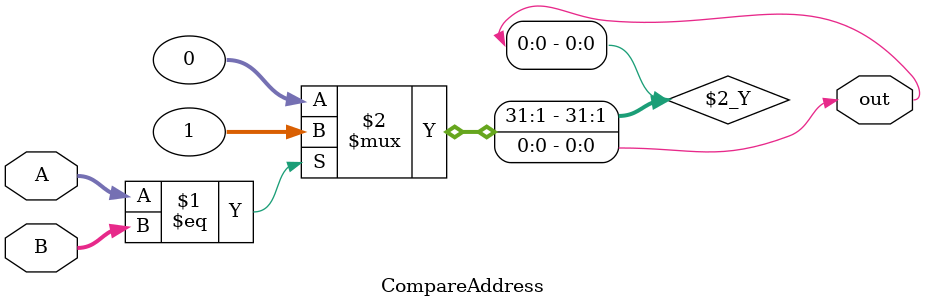
<source format=v>
`timescale 1ns / 1ps
 module CompareAddress
  (
    output wire out,
	 input wire [4:0] A,B
   );
	
  assign out = (A == B) ? 1 : 0;

endmodule

</source>
